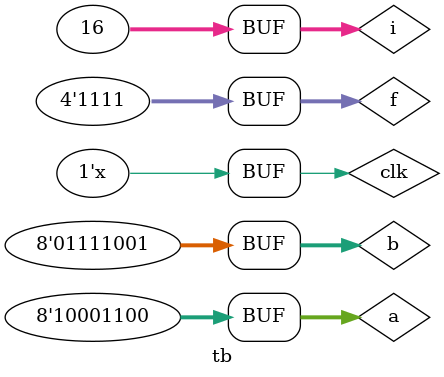
<source format=v>
module tb;
    reg clk;
    reg [7:0]a,b;
    reg [3:0]f;integer i;
    wire zr,ob;wire [7:0]o;
    always #1 clk=~clk;
    ALU Anshuman(clk,a,b,f,ob,zr,o);
    initial begin
    clk=1'b1;a=8'd140;b=8'd121;f=4'd0;
    //#2 f=4'd1;#2 f=4'd2;#2 f=4'd3;#2 f=4'd4;#2 f=4'd5;#2 f=4'd6;#2 f=4'd7;#2 f=4'd8;#2 f=4'd9;#2 f=4'd10;
    //#2 f=4'd11;#2 f=4'd12;#2 f=4'd13;#2 f=4'd14;#2 f=4'd15;#2 f=4'd15;#2 a=8'd6;b=8'd5;f=4'd14;
    
    for (i=1;i<16;i=i+1) 
        #2 f=i;
end
endmodule
</source>
